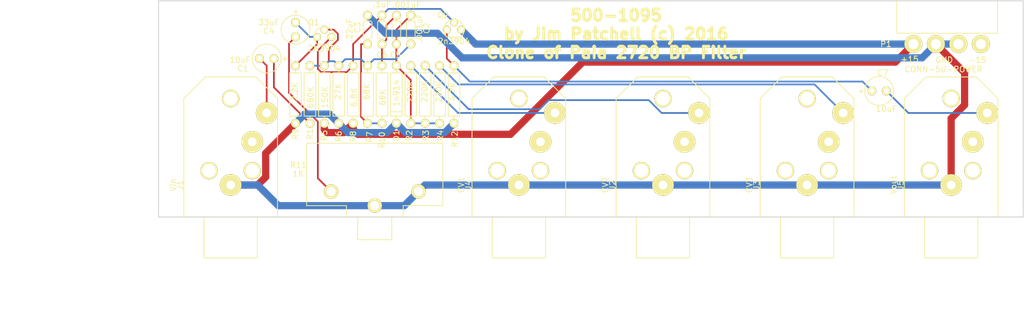
<source format=kicad_pcb>
(kicad_pcb (version 4) (host pcbnew "(2016-02-24 BZR 6585, Git 0829446)-product")

  (general
    (links 44)
    (no_connects 0)
    (area 61.544287 83.541799 241.375001 148.750001)
    (thickness 1.6)
    (drawings 7)
    (tracks 140)
    (zones 0)
    (modules 28)
    (nets 23)
  )

  (page A4)
  (layers
    (0 F.Cu signal hide)
    (31 B.Cu signal hide)
    (32 B.Adhes user)
    (33 F.Adhes user)
    (34 B.Paste user)
    (35 F.Paste user)
    (36 B.SilkS user)
    (37 F.SilkS user)
    (38 B.Mask user)
    (39 F.Mask user)
    (40 Dwgs.User user)
    (41 Cmts.User user)
    (42 Eco1.User user)
    (43 Eco2.User user)
    (44 Edge.Cuts user)
    (45 Margin user)
    (46 B.CrtYd user)
    (47 F.CrtYd user)
    (48 B.Fab user)
    (49 F.Fab user)
  )

  (setup
    (last_trace_width 0.3048)
    (trace_clearance 0.2032)
    (zone_clearance 0.508)
    (zone_45_only no)
    (trace_min 0.2)
    (segment_width 0.2)
    (edge_width 0.15)
    (via_size 1.5748)
    (via_drill 0.9144)
    (via_min_size 0.4)
    (via_min_drill 0.3)
    (uvia_size 0.3)
    (uvia_drill 0.1)
    (uvias_allowed no)
    (uvia_min_size 0.2)
    (uvia_min_drill 0.1)
    (pcb_text_width 0.3)
    (pcb_text_size 1.5 1.5)
    (mod_edge_width 0.15)
    (mod_text_size 1 1)
    (mod_text_width 0.15)
    (pad_size 1.524 1.524)
    (pad_drill 0.762)
    (pad_to_mask_clearance 0.2)
    (aux_axis_origin 88.9 127)
    (visible_elements 7FFFFFFF)
    (pcbplotparams
      (layerselection 0x010e0_ffffffff)
      (usegerberextensions false)
      (excludeedgelayer true)
      (linewidth 0.100000)
      (plotframeref false)
      (viasonmask false)
      (mode 1)
      (useauxorigin false)
      (hpglpennumber 1)
      (hpglpenspeed 20)
      (hpglpendiameter 15)
      (psnegative false)
      (psa4output false)
      (plotreference true)
      (plotvalue true)
      (plotinvisibletext false)
      (padsonsilk false)
      (subtractmaskfromsilk false)
      (outputformat 1)
      (mirror false)
      (drillshape 0)
      (scaleselection 1)
      (outputdirectory FabFiles/))
  )

  (net 0 "")
  (net 1 "Net-(C1-Pad2)")
  (net 2 "Net-(C1-Pad1)")
  (net 3 "Net-(C2-Pad1)")
  (net 4 "Net-(C2-Pad2)")
  (net 5 "Net-(C3-Pad1)")
  (net 6 GND)
  (net 7 "Net-(C4-Pad2)")
  (net 8 "Net-(C4-Pad1)")
  (net 9 "Net-(C5-Pad2)")
  (net 10 "Net-(C6-Pad2)")
  (net 11 "Net-(C7-Pad2)")
  (net 12 "Net-(C7-Pad1)")
  (net 13 "Net-(J1-Pad2)")
  (net 14 "Net-(J2-Pad2)")
  (net 15 "Net-(J2-Pad3)")
  (net 16 "Net-(J3-Pad2)")
  (net 17 "Net-(J3-Pad3)")
  (net 18 "Net-(J4-Pad2)")
  (net 19 "Net-(J4-Pad3)")
  (net 20 "Net-(J5-Pad2)")
  (net 21 "Net-(P1-Pad4)")
  (net 22 /+15)

  (net_class Default "This is the default net class."
    (clearance 0.2032)
    (trace_width 0.3048)
    (via_dia 1.5748)
    (via_drill 0.9144)
    (uvia_dia 0.3)
    (uvia_drill 0.1)
    (add_net "Net-(C1-Pad1)")
    (add_net "Net-(C1-Pad2)")
    (add_net "Net-(C2-Pad1)")
    (add_net "Net-(C2-Pad2)")
    (add_net "Net-(C3-Pad1)")
    (add_net "Net-(C4-Pad1)")
    (add_net "Net-(C4-Pad2)")
    (add_net "Net-(C5-Pad2)")
    (add_net "Net-(C6-Pad2)")
    (add_net "Net-(C7-Pad1)")
    (add_net "Net-(C7-Pad2)")
    (add_net "Net-(J1-Pad2)")
    (add_net "Net-(J2-Pad2)")
    (add_net "Net-(J2-Pad3)")
    (add_net "Net-(J3-Pad2)")
    (add_net "Net-(J3-Pad3)")
    (add_net "Net-(J4-Pad2)")
    (add_net "Net-(J4-Pad3)")
    (add_net "Net-(J5-Pad2)")
    (add_net "Net-(P1-Pad4)")
  )

  (net_class "PO(WER" ""
    (clearance 0.2032)
    (trace_width 1.27)
    (via_dia 1.5748)
    (via_drill 0.9144)
    (uvia_dia 0.3)
    (uvia_drill 0.1)
    (add_net /+15)
    (add_net GND)
  )

  (module Footprints:DIODE0.4 (layer F.Cu) (tedit 56BA2633) (tstamp 56E38C0E)
    (at 130.81 105.41 90)
    (path /56E3404B)
    (fp_text reference D1 (at -7.239 0 90) (layer F.SilkS)
      (effects (font (size 1 1) (thickness 0.15)))
    )
    (fp_text value 1n914 (at 0.254 0 90) (layer F.SilkS)
      (effects (font (size 1 1) (thickness 0.15)))
    )
    (fp_line (start -3.048 1.016) (end -3.048 -1.016) (layer F.SilkS) (width 0.15))
    (fp_line (start -3.81 -1.016) (end -3.81 1.016) (layer F.SilkS) (width 0.15))
    (fp_line (start 3.81 -1.016) (end 3.81 1.016) (layer F.SilkS) (width 0.15))
    (fp_line (start -3.81 0) (end -4.318 0) (layer F.SilkS) (width 0.15))
    (fp_line (start 4.445 0) (end 3.81 0) (layer F.SilkS) (width 0.15))
    (fp_line (start -3.81 1.016) (end 3.81 1.016) (layer F.SilkS) (width 0.15))
    (fp_line (start 3.81 -1.016) (end -3.81 -1.016) (layer F.SilkS) (width 0.15))
    (pad 1 thru_hole circle (at -5.08 0 90) (size 1.5748 1.5748) (drill 0.9144) (layers *.Cu *.Mask F.SilkS)
      (net 6 GND))
    (pad 2 thru_hole circle (at 5.08 0 90) (size 1.5748 1.5748) (drill 0.9144) (layers *.Cu *.Mask F.SilkS)
      (net 4 "Net-(C2-Pad2)"))
  )

  (module Footprints:PHONE-SC112A (layer F.Cu) (tedit 56E4F5B7) (tstamp 56E38C21)
    (at 101.6 127 270)
    (path /56E3886C)
    (fp_text reference J1 (at -5.6388 8.89 270) (layer F.SilkS)
      (effects (font (size 1 1) (thickness 0.15)))
    )
    (fp_text value Vin (at -5.6388 10.16 270) (layer F.SilkS)
      (effects (font (size 1 1) (thickness 0.15)))
    )
    (fp_line (start 0 -4.699) (end 7.1882 -4.699) (layer F.SilkS) (width 0.15))
    (fp_line (start 7.1882 -4.699) (end 7.1882 4.699) (layer F.SilkS) (width 0.15))
    (fp_line (start 7.1882 4.699) (end 0 4.699) (layer F.SilkS) (width 0.15))
    (fp_line (start -24.6888 4.445) (end -24.6888 -4.445) (layer F.SilkS) (width 0.15))
    (fp_line (start -24.6888 -4.445) (end -20.8788 -8.255) (layer F.SilkS) (width 0.15))
    (fp_line (start -20.8788 -8.255) (end 0 -8.255) (layer F.SilkS) (width 0.15))
    (fp_line (start 0 -8.255) (end 0 8.255) (layer F.SilkS) (width 0.15))
    (fp_line (start 0 8.255) (end -20.8788 8.255) (layer F.SilkS) (width 0.15))
    (fp_line (start -20.8788 8.255) (end -24.6888 4.445) (layer F.SilkS) (width 0.15))
    (pad 1 thru_hole circle (at -5.6388 0 270) (size 3.81 3.81) (drill 1.524) (layers *.Cu *.Mask F.SilkS)
      (net 6 GND))
    (pad "" thru_hole circle (at -8.1788 -3.81 270) (size 3.048 3.048) (drill 2.413) (layers *.Cu *.Mask F.SilkS))
    (pad 2 thru_hole circle (at -13.2588 -3.81 270) (size 3.81 3.81) (drill 1.524) (layers *.Cu *.Mask F.SilkS)
      (net 13 "Net-(J1-Pad2)"))
    (pad 3 thru_hole circle (at -18.3388 -6.35 270) (size 3.81 3.81) (drill 1.524) (layers *.Cu *.Mask F.SilkS)
      (net 1 "Net-(C1-Pad2)"))
    (pad "" thru_hole circle (at -20.8788 0 270) (size 3.048 3.048) (drill 2.413) (layers *.Cu *.Mask F.SilkS))
    (pad "" thru_hole circle (at -8.1788 3.81 270) (size 3.048 3.048) (drill 2.413) (layers *.Cu *.Mask F.SilkS))
  )

  (module Footprints:PHONE-SC112A (layer F.Cu) (tedit 56E4F590) (tstamp 56E38C34)
    (at 177.8 127 270)
    (path /56E38B74)
    (fp_text reference J2 (at -5.6388 8.89 270) (layer F.SilkS)
      (effects (font (size 1 1) (thickness 0.15)))
    )
    (fp_text value CV2 (at -5.6388 10.16 270) (layer F.SilkS)
      (effects (font (size 1 1) (thickness 0.15)))
    )
    (fp_line (start 0 -4.699) (end 7.1882 -4.699) (layer F.SilkS) (width 0.15))
    (fp_line (start 7.1882 -4.699) (end 7.1882 4.699) (layer F.SilkS) (width 0.15))
    (fp_line (start 7.1882 4.699) (end 0 4.699) (layer F.SilkS) (width 0.15))
    (fp_line (start -24.6888 4.445) (end -24.6888 -4.445) (layer F.SilkS) (width 0.15))
    (fp_line (start -24.6888 -4.445) (end -20.8788 -8.255) (layer F.SilkS) (width 0.15))
    (fp_line (start -20.8788 -8.255) (end 0 -8.255) (layer F.SilkS) (width 0.15))
    (fp_line (start 0 -8.255) (end 0 8.255) (layer F.SilkS) (width 0.15))
    (fp_line (start 0 8.255) (end -20.8788 8.255) (layer F.SilkS) (width 0.15))
    (fp_line (start -20.8788 8.255) (end -24.6888 4.445) (layer F.SilkS) (width 0.15))
    (pad 1 thru_hole circle (at -5.6388 0 270) (size 3.81 3.81) (drill 1.524) (layers *.Cu *.Mask F.SilkS)
      (net 6 GND))
    (pad "" thru_hole circle (at -8.1788 -3.81 270) (size 3.048 3.048) (drill 2.413) (layers *.Cu *.Mask F.SilkS))
    (pad 2 thru_hole circle (at -13.2588 -3.81 270) (size 3.81 3.81) (drill 1.524) (layers *.Cu *.Mask F.SilkS)
      (net 14 "Net-(J2-Pad2)"))
    (pad 3 thru_hole circle (at -18.3388 -6.35 270) (size 3.81 3.81) (drill 1.524) (layers *.Cu *.Mask F.SilkS)
      (net 15 "Net-(J2-Pad3)"))
    (pad "" thru_hole circle (at -20.8788 0 270) (size 3.048 3.048) (drill 2.413) (layers *.Cu *.Mask F.SilkS))
    (pad "" thru_hole circle (at -8.1788 3.81 270) (size 3.048 3.048) (drill 2.413) (layers *.Cu *.Mask F.SilkS))
  )

  (module Footprints:PHONE-SC112A (layer F.Cu) (tedit 56E4F577) (tstamp 56E38C47)
    (at 203.2 127 270)
    (path /56E38A01)
    (fp_text reference J3 (at -5.6388 8.89 270) (layer F.SilkS)
      (effects (font (size 1 1) (thickness 0.15)))
    )
    (fp_text value CV3 (at -5.6388 10.16 270) (layer F.SilkS)
      (effects (font (size 1 1) (thickness 0.15)))
    )
    (fp_line (start 0 -4.699) (end 7.1882 -4.699) (layer F.SilkS) (width 0.15))
    (fp_line (start 7.1882 -4.699) (end 7.1882 4.699) (layer F.SilkS) (width 0.15))
    (fp_line (start 7.1882 4.699) (end 0 4.699) (layer F.SilkS) (width 0.15))
    (fp_line (start -24.6888 4.445) (end -24.6888 -4.445) (layer F.SilkS) (width 0.15))
    (fp_line (start -24.6888 -4.445) (end -20.8788 -8.255) (layer F.SilkS) (width 0.15))
    (fp_line (start -20.8788 -8.255) (end 0 -8.255) (layer F.SilkS) (width 0.15))
    (fp_line (start 0 -8.255) (end 0 8.255) (layer F.SilkS) (width 0.15))
    (fp_line (start 0 8.255) (end -20.8788 8.255) (layer F.SilkS) (width 0.15))
    (fp_line (start -20.8788 8.255) (end -24.6888 4.445) (layer F.SilkS) (width 0.15))
    (pad 1 thru_hole circle (at -5.6388 0 270) (size 3.81 3.81) (drill 1.524) (layers *.Cu *.Mask F.SilkS)
      (net 6 GND))
    (pad "" thru_hole circle (at -8.1788 -3.81 270) (size 3.048 3.048) (drill 2.413) (layers *.Cu *.Mask F.SilkS))
    (pad 2 thru_hole circle (at -13.2588 -3.81 270) (size 3.81 3.81) (drill 1.524) (layers *.Cu *.Mask F.SilkS)
      (net 16 "Net-(J3-Pad2)"))
    (pad 3 thru_hole circle (at -18.3388 -6.35 270) (size 3.81 3.81) (drill 1.524) (layers *.Cu *.Mask F.SilkS)
      (net 17 "Net-(J3-Pad3)"))
    (pad "" thru_hole circle (at -20.8788 0 270) (size 3.048 3.048) (drill 2.413) (layers *.Cu *.Mask F.SilkS))
    (pad "" thru_hole circle (at -8.1788 3.81 270) (size 3.048 3.048) (drill 2.413) (layers *.Cu *.Mask F.SilkS))
  )

  (module Footprints:PHONE-SC112A (layer F.Cu) (tedit 56E4F5A0) (tstamp 56E38C5A)
    (at 152.4 127 270)
    (path /56E38979)
    (fp_text reference J4 (at -5.6388 8.89 270) (layer F.SilkS)
      (effects (font (size 1 1) (thickness 0.15)))
    )
    (fp_text value CV1 (at -5.6388 10.16 270) (layer F.SilkS)
      (effects (font (size 1 1) (thickness 0.15)))
    )
    (fp_line (start 0 -4.699) (end 7.1882 -4.699) (layer F.SilkS) (width 0.15))
    (fp_line (start 7.1882 -4.699) (end 7.1882 4.699) (layer F.SilkS) (width 0.15))
    (fp_line (start 7.1882 4.699) (end 0 4.699) (layer F.SilkS) (width 0.15))
    (fp_line (start -24.6888 4.445) (end -24.6888 -4.445) (layer F.SilkS) (width 0.15))
    (fp_line (start -24.6888 -4.445) (end -20.8788 -8.255) (layer F.SilkS) (width 0.15))
    (fp_line (start -20.8788 -8.255) (end 0 -8.255) (layer F.SilkS) (width 0.15))
    (fp_line (start 0 -8.255) (end 0 8.255) (layer F.SilkS) (width 0.15))
    (fp_line (start 0 8.255) (end -20.8788 8.255) (layer F.SilkS) (width 0.15))
    (fp_line (start -20.8788 8.255) (end -24.6888 4.445) (layer F.SilkS) (width 0.15))
    (pad 1 thru_hole circle (at -5.6388 0 270) (size 3.81 3.81) (drill 1.524) (layers *.Cu *.Mask F.SilkS)
      (net 6 GND))
    (pad "" thru_hole circle (at -8.1788 -3.81 270) (size 3.048 3.048) (drill 2.413) (layers *.Cu *.Mask F.SilkS))
    (pad 2 thru_hole circle (at -13.2588 -3.81 270) (size 3.81 3.81) (drill 1.524) (layers *.Cu *.Mask F.SilkS)
      (net 18 "Net-(J4-Pad2)"))
    (pad 3 thru_hole circle (at -18.3388 -6.35 270) (size 3.81 3.81) (drill 1.524) (layers *.Cu *.Mask F.SilkS)
      (net 19 "Net-(J4-Pad3)"))
    (pad "" thru_hole circle (at -20.8788 0 270) (size 3.048 3.048) (drill 2.413) (layers *.Cu *.Mask F.SilkS))
    (pad "" thru_hole circle (at -8.1788 3.81 270) (size 3.048 3.048) (drill 2.413) (layers *.Cu *.Mask F.SilkS))
  )

  (module Footprints:PHONE-SC112A (layer F.Cu) (tedit 56E4F56A) (tstamp 56E38C6D)
    (at 228.6 127 270)
    (path /56E388F8)
    (fp_text reference J5 (at -5.6388 8.89 270) (layer F.SilkS)
      (effects (font (size 1 1) (thickness 0.15)))
    )
    (fp_text value Vout (at -5.6388 10.16 270) (layer F.SilkS)
      (effects (font (size 1 1) (thickness 0.15)))
    )
    (fp_line (start 0 -4.699) (end 7.1882 -4.699) (layer F.SilkS) (width 0.15))
    (fp_line (start 7.1882 -4.699) (end 7.1882 4.699) (layer F.SilkS) (width 0.15))
    (fp_line (start 7.1882 4.699) (end 0 4.699) (layer F.SilkS) (width 0.15))
    (fp_line (start -24.6888 4.445) (end -24.6888 -4.445) (layer F.SilkS) (width 0.15))
    (fp_line (start -24.6888 -4.445) (end -20.8788 -8.255) (layer F.SilkS) (width 0.15))
    (fp_line (start -20.8788 -8.255) (end 0 -8.255) (layer F.SilkS) (width 0.15))
    (fp_line (start 0 -8.255) (end 0 8.255) (layer F.SilkS) (width 0.15))
    (fp_line (start 0 8.255) (end -20.8788 8.255) (layer F.SilkS) (width 0.15))
    (fp_line (start -20.8788 8.255) (end -24.6888 4.445) (layer F.SilkS) (width 0.15))
    (pad 1 thru_hole circle (at -5.6388 0 270) (size 3.81 3.81) (drill 1.524) (layers *.Cu *.Mask F.SilkS)
      (net 6 GND))
    (pad "" thru_hole circle (at -8.1788 -3.81 270) (size 3.048 3.048) (drill 2.413) (layers *.Cu *.Mask F.SilkS))
    (pad 2 thru_hole circle (at -13.2588 -3.81 270) (size 3.81 3.81) (drill 1.524) (layers *.Cu *.Mask F.SilkS)
      (net 20 "Net-(J5-Pad2)"))
    (pad 3 thru_hole circle (at -18.3388 -6.35 270) (size 3.81 3.81) (drill 1.524) (layers *.Cu *.Mask F.SilkS)
      (net 11 "Net-(C7-Pad2)"))
    (pad "" thru_hole circle (at -20.8788 0 270) (size 3.048 3.048) (drill 2.413) (layers *.Cu *.Mask F.SilkS))
    (pad "" thru_hole circle (at -8.1788 3.81 270) (size 3.048 3.048) (drill 2.413) (layers *.Cu *.Mask F.SilkS))
  )

  (module Footprints:CONN-5U-POWER-RA (layer F.Cu) (tedit 56D5D0FC) (tstamp 56E38C7C)
    (at 227.8888 96.52)
    (path /56E39CA6)
    (fp_text reference P1 (at -10.795 0) (layer F.SilkS)
      (effects (font (size 1 1) (thickness 0.15)))
    )
    (fp_text value CONN-5U-POWER (at -0.635 4.445) (layer F.SilkS)
      (effects (font (size 1 1) (thickness 0.15)))
    )
    (fp_text user GND (at -0.508 2.794) (layer F.SilkS)
      (effects (font (size 1 1) (thickness 0.15)))
    )
    (fp_text user -15 (at 5.334 2.794) (layer F.SilkS)
      (effects (font (size 1 1) (thickness 0.15)))
    )
    (fp_text user +15 (at -6.604 2.667) (layer F.SilkS)
      (effects (font (size 1 1) (thickness 0.15)))
    )
    (fp_line (start -8.89 -1.905) (end 8.89 -1.905) (layer F.SilkS) (width 0.15))
    (fp_line (start 8.89 -1.905) (end 8.89 -12.7) (layer F.SilkS) (width 0.15))
    (fp_line (start 8.89 -12.7) (end -8.89 -12.7) (layer F.SilkS) (width 0.15))
    (fp_line (start -8.89 -12.7) (end -8.89 -1.905) (layer F.SilkS) (width 0.15))
    (pad 1 thru_hole circle (at -5.9436 0) (size 3.175 3.175) (drill 1.778) (layers *.Cu *.Mask F.SilkS)
      (net 22 /+15))
    (pad 2 thru_hole circle (at -1.9812 0) (size 3.175 3.175) (drill 1.778) (layers *.Cu *.Mask F.SilkS)
      (net 6 GND))
    (pad 3 thru_hole circle (at 1.9812 0) (size 3.175 3.175) (drill 1.778) (layers *.Cu *.Mask F.SilkS)
      (net 6 GND))
    (pad 4 thru_hole circle (at 5.9436 0) (size 3.175 3.175) (drill 1.778) (layers *.Cu *.Mask F.SilkS)
      (net 21 "Net-(P1-Pad4)"))
  )

  (module Footprints:AXIAL0.4 (layer F.Cu) (tedit 56ACF211) (tstamp 56E38C9E)
    (at 115.57 105.41 90)
    (path /56E356D8)
    (fp_text reference R1 (at -6.985 0 90) (layer F.SilkS)
      (effects (font (size 1 1) (thickness 0.15)))
    )
    (fp_text value 680K (at -0.508 0.127 90) (layer F.SilkS)
      (effects (font (size 1 1) (thickness 0.15)))
    )
    (fp_line (start -3.81 -1.016) (end -3.81 1.016) (layer F.SilkS) (width 0.15))
    (fp_line (start 3.81 -1.016) (end 3.81 1.016) (layer F.SilkS) (width 0.15))
    (fp_line (start -3.81 0) (end -4.318 0) (layer F.SilkS) (width 0.15))
    (fp_line (start 4.445 0) (end 3.81 0) (layer F.SilkS) (width 0.15))
    (fp_line (start -3.81 1.016) (end 3.81 1.016) (layer F.SilkS) (width 0.15))
    (fp_line (start 3.81 -1.016) (end -3.81 -1.016) (layer F.SilkS) (width 0.15))
    (pad 1 thru_hole circle (at -5.08 0 90) (size 1.5748 1.5748) (drill 0.9144) (layers *.Cu *.Mask F.SilkS)
      (net 2 "Net-(C1-Pad1)"))
    (pad 2 thru_hole circle (at 5.08 0 90) (size 1.5748 1.5748) (drill 0.9144) (layers *.Cu *.Mask F.SilkS)
      (net 3 "Net-(C2-Pad1)"))
  )

  (module Footprints:AXIAL0.4 (layer F.Cu) (tedit 56ACF211) (tstamp 56E38CAA)
    (at 133.35 105.41 270)
    (path /56E3413A)
    (fp_text reference R2 (at 7.239 0.254 270) (layer F.SilkS)
      (effects (font (size 1 1) (thickness 0.15)))
    )
    (fp_text value 220K (at -0.508 0.127 270) (layer F.SilkS)
      (effects (font (size 1 1) (thickness 0.15)))
    )
    (fp_line (start -3.81 -1.016) (end -3.81 1.016) (layer F.SilkS) (width 0.15))
    (fp_line (start 3.81 -1.016) (end 3.81 1.016) (layer F.SilkS) (width 0.15))
    (fp_line (start -3.81 0) (end -4.318 0) (layer F.SilkS) (width 0.15))
    (fp_line (start 4.445 0) (end 3.81 0) (layer F.SilkS) (width 0.15))
    (fp_line (start -3.81 1.016) (end 3.81 1.016) (layer F.SilkS) (width 0.15))
    (fp_line (start 3.81 -1.016) (end -3.81 -1.016) (layer F.SilkS) (width 0.15))
    (pad 1 thru_hole circle (at -5.08 0 270) (size 1.5748 1.5748) (drill 0.9144) (layers *.Cu *.Mask F.SilkS)
      (net 19 "Net-(J4-Pad3)"))
    (pad 2 thru_hole circle (at 5.08 0 270) (size 1.5748 1.5748) (drill 0.9144) (layers *.Cu *.Mask F.SilkS)
      (net 4 "Net-(C2-Pad2)"))
  )

  (module Footprints:AXIAL0.4 (layer F.Cu) (tedit 56ACF211) (tstamp 56E38CB6)
    (at 135.89 105.41 270)
    (path /56E341A9)
    (fp_text reference R3 (at 7.239 -0.127 270) (layer F.SilkS)
      (effects (font (size 1 1) (thickness 0.15)))
    )
    (fp_text value 220K (at -0.508 0.127 270) (layer F.SilkS)
      (effects (font (size 1 1) (thickness 0.15)))
    )
    (fp_line (start -3.81 -1.016) (end -3.81 1.016) (layer F.SilkS) (width 0.15))
    (fp_line (start 3.81 -1.016) (end 3.81 1.016) (layer F.SilkS) (width 0.15))
    (fp_line (start -3.81 0) (end -4.318 0) (layer F.SilkS) (width 0.15))
    (fp_line (start 4.445 0) (end 3.81 0) (layer F.SilkS) (width 0.15))
    (fp_line (start -3.81 1.016) (end 3.81 1.016) (layer F.SilkS) (width 0.15))
    (fp_line (start 3.81 -1.016) (end -3.81 -1.016) (layer F.SilkS) (width 0.15))
    (pad 1 thru_hole circle (at -5.08 0 270) (size 1.5748 1.5748) (drill 0.9144) (layers *.Cu *.Mask F.SilkS)
      (net 15 "Net-(J2-Pad3)"))
    (pad 2 thru_hole circle (at 5.08 0 270) (size 1.5748 1.5748) (drill 0.9144) (layers *.Cu *.Mask F.SilkS)
      (net 4 "Net-(C2-Pad2)"))
  )

  (module Footprints:AXIAL0.4 (layer F.Cu) (tedit 56ACF211) (tstamp 56E38CC2)
    (at 138.43 105.41 270)
    (path /56E341E1)
    (fp_text reference R4 (at 7.239 -0.127 270) (layer F.SilkS)
      (effects (font (size 1 1) (thickness 0.15)))
    )
    (fp_text value 220K (at -0.508 0.127 270) (layer F.SilkS)
      (effects (font (size 1 1) (thickness 0.15)))
    )
    (fp_line (start -3.81 -1.016) (end -3.81 1.016) (layer F.SilkS) (width 0.15))
    (fp_line (start 3.81 -1.016) (end 3.81 1.016) (layer F.SilkS) (width 0.15))
    (fp_line (start -3.81 0) (end -4.318 0) (layer F.SilkS) (width 0.15))
    (fp_line (start 4.445 0) (end 3.81 0) (layer F.SilkS) (width 0.15))
    (fp_line (start -3.81 1.016) (end 3.81 1.016) (layer F.SilkS) (width 0.15))
    (fp_line (start 3.81 -1.016) (end -3.81 -1.016) (layer F.SilkS) (width 0.15))
    (pad 1 thru_hole circle (at -5.08 0 270) (size 1.5748 1.5748) (drill 0.9144) (layers *.Cu *.Mask F.SilkS)
      (net 17 "Net-(J3-Pad3)"))
    (pad 2 thru_hole circle (at 5.08 0 270) (size 1.5748 1.5748) (drill 0.9144) (layers *.Cu *.Mask F.SilkS)
      (net 4 "Net-(C2-Pad2)"))
  )

  (module Footprints:AXIAL0.4 (layer F.Cu) (tedit 56ACF211) (tstamp 56E38CCE)
    (at 118.11 105.41 90)
    (path /56E352F6)
    (fp_text reference R5 (at -7.239 0 90) (layer F.SilkS)
      (effects (font (size 1 1) (thickness 0.15)))
    )
    (fp_text value 150K (at -0.508 0.127 90) (layer F.SilkS)
      (effects (font (size 1 1) (thickness 0.15)))
    )
    (fp_line (start -3.81 -1.016) (end -3.81 1.016) (layer F.SilkS) (width 0.15))
    (fp_line (start 3.81 -1.016) (end 3.81 1.016) (layer F.SilkS) (width 0.15))
    (fp_line (start -3.81 0) (end -4.318 0) (layer F.SilkS) (width 0.15))
    (fp_line (start 4.445 0) (end 3.81 0) (layer F.SilkS) (width 0.15))
    (fp_line (start -3.81 1.016) (end 3.81 1.016) (layer F.SilkS) (width 0.15))
    (fp_line (start 3.81 -1.016) (end -3.81 -1.016) (layer F.SilkS) (width 0.15))
    (pad 1 thru_hole circle (at -5.08 0 90) (size 1.5748 1.5748) (drill 0.9144) (layers *.Cu *.Mask F.SilkS)
      (net 22 /+15))
    (pad 2 thru_hole circle (at 5.08 0 90) (size 1.5748 1.5748) (drill 0.9144) (layers *.Cu *.Mask F.SilkS)
      (net 3 "Net-(C2-Pad1)"))
  )

  (module Footprints:AXIAL0.4 (layer F.Cu) (tedit 56ACF211) (tstamp 56E38CDA)
    (at 120.65 105.41 270)
    (path /56E35351)
    (fp_text reference R6 (at 7.366 0 270) (layer F.SilkS)
      (effects (font (size 1 1) (thickness 0.15)))
    )
    (fp_text value 27K (at -0.508 0.127 270) (layer F.SilkS)
      (effects (font (size 1 1) (thickness 0.15)))
    )
    (fp_line (start -3.81 -1.016) (end -3.81 1.016) (layer F.SilkS) (width 0.15))
    (fp_line (start 3.81 -1.016) (end 3.81 1.016) (layer F.SilkS) (width 0.15))
    (fp_line (start -3.81 0) (end -4.318 0) (layer F.SilkS) (width 0.15))
    (fp_line (start 4.445 0) (end 3.81 0) (layer F.SilkS) (width 0.15))
    (fp_line (start -3.81 1.016) (end 3.81 1.016) (layer F.SilkS) (width 0.15))
    (fp_line (start 3.81 -1.016) (end -3.81 -1.016) (layer F.SilkS) (width 0.15))
    (pad 1 thru_hole circle (at -5.08 0 270) (size 1.5748 1.5748) (drill 0.9144) (layers *.Cu *.Mask F.SilkS)
      (net 3 "Net-(C2-Pad1)"))
    (pad 2 thru_hole circle (at 5.08 0 270) (size 1.5748 1.5748) (drill 0.9144) (layers *.Cu *.Mask F.SilkS)
      (net 6 GND))
  )

  (module Footprints:AXIAL0.4 (layer F.Cu) (tedit 56ACF211) (tstamp 56E38CE6)
    (at 125.73 105.41 270)
    (path /56E33EB2)
    (fp_text reference R7 (at 7.493 -0.381 270) (layer F.SilkS)
      (effects (font (size 1 1) (thickness 0.15)))
    )
    (fp_text value 68K (at -0.508 0.127 270) (layer F.SilkS)
      (effects (font (size 1 1) (thickness 0.15)))
    )
    (fp_line (start -3.81 -1.016) (end -3.81 1.016) (layer F.SilkS) (width 0.15))
    (fp_line (start 3.81 -1.016) (end 3.81 1.016) (layer F.SilkS) (width 0.15))
    (fp_line (start -3.81 0) (end -4.318 0) (layer F.SilkS) (width 0.15))
    (fp_line (start 4.445 0) (end 3.81 0) (layer F.SilkS) (width 0.15))
    (fp_line (start -3.81 1.016) (end 3.81 1.016) (layer F.SilkS) (width 0.15))
    (fp_line (start 3.81 -1.016) (end -3.81 -1.016) (layer F.SilkS) (width 0.15))
    (pad 1 thru_hole circle (at -5.08 0 270) (size 1.5748 1.5748) (drill 0.9144) (layers *.Cu *.Mask F.SilkS)
      (net 3 "Net-(C2-Pad1)"))
    (pad 2 thru_hole circle (at 5.08 0 270) (size 1.5748 1.5748) (drill 0.9144) (layers *.Cu *.Mask F.SilkS)
      (net 5 "Net-(C3-Pad1)"))
  )

  (module Footprints:AXIAL0.4 (layer F.Cu) (tedit 56ACF211) (tstamp 56E38CF2)
    (at 123.19 105.41 90)
    (path /56E351C2)
    (fp_text reference R8 (at -7.366 0 90) (layer F.SilkS)
      (effects (font (size 1 1) (thickness 0.15)))
    )
    (fp_text value 6.8K (at -0.508 0.127 90) (layer F.SilkS)
      (effects (font (size 1 1) (thickness 0.15)))
    )
    (fp_line (start -3.81 -1.016) (end -3.81 1.016) (layer F.SilkS) (width 0.15))
    (fp_line (start 3.81 -1.016) (end 3.81 1.016) (layer F.SilkS) (width 0.15))
    (fp_line (start -3.81 0) (end -4.318 0) (layer F.SilkS) (width 0.15))
    (fp_line (start 4.445 0) (end 3.81 0) (layer F.SilkS) (width 0.15))
    (fp_line (start -3.81 1.016) (end 3.81 1.016) (layer F.SilkS) (width 0.15))
    (fp_line (start 3.81 -1.016) (end -3.81 -1.016) (layer F.SilkS) (width 0.15))
    (pad 1 thru_hole circle (at -5.08 0 90) (size 1.5748 1.5748) (drill 0.9144) (layers *.Cu *.Mask F.SilkS)
      (net 22 /+15))
    (pad 2 thru_hole circle (at 5.08 0 90) (size 1.5748 1.5748) (drill 0.9144) (layers *.Cu *.Mask F.SilkS)
      (net 10 "Net-(C6-Pad2)"))
  )

  (module Footprints:AXIAL0.4 (layer F.Cu) (tedit 56ACF211) (tstamp 56E38CFE)
    (at 113.03 105.41 270)
    (path /56E34F7C)
    (fp_text reference R9 (at 6.985 0 270) (layer F.SilkS)
      (effects (font (size 1 1) (thickness 0.15)))
    )
    (fp_text value 2.2K (at -0.508 0.127 270) (layer F.SilkS)
      (effects (font (size 1 1) (thickness 0.15)))
    )
    (fp_line (start -3.81 -1.016) (end -3.81 1.016) (layer F.SilkS) (width 0.15))
    (fp_line (start 3.81 -1.016) (end 3.81 1.016) (layer F.SilkS) (width 0.15))
    (fp_line (start -3.81 0) (end -4.318 0) (layer F.SilkS) (width 0.15))
    (fp_line (start 4.445 0) (end 3.81 0) (layer F.SilkS) (width 0.15))
    (fp_line (start -3.81 1.016) (end 3.81 1.016) (layer F.SilkS) (width 0.15))
    (fp_line (start 3.81 -1.016) (end -3.81 -1.016) (layer F.SilkS) (width 0.15))
    (pad 1 thru_hole circle (at -5.08 0 270) (size 1.5748 1.5748) (drill 0.9144) (layers *.Cu *.Mask F.SilkS)
      (net 8 "Net-(C4-Pad1)"))
    (pad 2 thru_hole circle (at 5.08 0 270) (size 1.5748 1.5748) (drill 0.9144) (layers *.Cu *.Mask F.SilkS)
      (net 6 GND))
  )

  (module Footprints:AXIAL0.4 (layer F.Cu) (tedit 56ACF211) (tstamp 56E38D0A)
    (at 128.27 105.41 90)
    (path /56E33EF5)
    (fp_text reference R10 (at -8.001 0 90) (layer F.SilkS)
      (effects (font (size 1 1) (thickness 0.15)))
    )
    (fp_text value 68K (at -0.508 0.127 90) (layer F.SilkS)
      (effects (font (size 1 1) (thickness 0.15)))
    )
    (fp_line (start -3.81 -1.016) (end -3.81 1.016) (layer F.SilkS) (width 0.15))
    (fp_line (start 3.81 -1.016) (end 3.81 1.016) (layer F.SilkS) (width 0.15))
    (fp_line (start -3.81 0) (end -4.318 0) (layer F.SilkS) (width 0.15))
    (fp_line (start 4.445 0) (end 3.81 0) (layer F.SilkS) (width 0.15))
    (fp_line (start -3.81 1.016) (end 3.81 1.016) (layer F.SilkS) (width 0.15))
    (fp_line (start 3.81 -1.016) (end -3.81 -1.016) (layer F.SilkS) (width 0.15))
    (pad 1 thru_hole circle (at -5.08 0 90) (size 1.5748 1.5748) (drill 0.9144) (layers *.Cu *.Mask F.SilkS)
      (net 5 "Net-(C3-Pad1)"))
    (pad 2 thru_hole circle (at 5.08 0 90) (size 1.5748 1.5748) (drill 0.9144) (layers *.Cu *.Mask F.SilkS)
      (net 9 "Net-(C5-Pad2)"))
  )

  (module Footprints:POT-Alpha-24mm-RA (layer F.Cu) (tedit 56CA903B) (tstamp 56E38D1D)
    (at 127 127)
    (path /56E3511F)
    (fp_text reference R11 (at -13.462 -9.144) (layer F.SilkS)
      (effects (font (size 1 1) (thickness 0.15)))
    )
    (fp_text value 1K (at -13.462 -7.62) (layer F.SilkS)
      (effects (font (size 1 1) (thickness 0.15)))
    )
    (fp_line (start 3 0) (end 3 4) (layer F.SilkS) (width 0.15))
    (fp_line (start 3 4) (end -3 4) (layer F.SilkS) (width 0.15))
    (fp_line (start -3 4) (end -3 0) (layer F.SilkS) (width 0.15))
    (fp_line (start -5 -2) (end -12 -2) (layer F.SilkS) (width 0.15))
    (fp_line (start -12 -2) (end -12 -13) (layer F.SilkS) (width 0.15))
    (fp_line (start -12 -13) (end 12 -13) (layer F.SilkS) (width 0.15))
    (fp_line (start 12 -13) (end 12 -2) (layer F.SilkS) (width 0.15))
    (fp_line (start 12 -2) (end 5 -2) (layer F.SilkS) (width 0.15))
    (fp_line (start 0 0) (end -5 0) (layer F.SilkS) (width 0.15))
    (fp_line (start -5 0) (end -5 -2) (layer F.SilkS) (width 0.15))
    (fp_line (start 0 0) (end 5 0) (layer F.SilkS) (width 0.15))
    (fp_line (start 5 0) (end 5 -2) (layer F.SilkS) (width 0.15))
    (pad 2 thru_hole circle (at 0 -2) (size 2.54 2.54) (drill 1.651) (layers *.Cu *.Mask F.SilkS)
      (net 6 GND))
    (pad 1 thru_hole circle (at -7.7 -4.5) (size 2.54 2.54) (drill 1.651) (layers *.Cu *.Mask F.SilkS)
      (net 7 "Net-(C4-Pad2)"))
    (pad 3 thru_hole circle (at 7.7 -4.5) (size 2.54 2.54) (drill 1.651) (layers *.Cu *.Mask F.SilkS)
      (net 6 GND))
  )

  (module Footprints:AXIAL0.4 (layer F.Cu) (tedit 56ACF211) (tstamp 56E38D29)
    (at 140.97 105.41 270)
    (path /56E36552)
    (fp_text reference R12 (at 7.874 -0.127 270) (layer F.SilkS)
      (effects (font (size 1 1) (thickness 0.15)))
    )
    (fp_text value 4.7K (at -0.508 0.127 270) (layer F.SilkS)
      (effects (font (size 1 1) (thickness 0.15)))
    )
    (fp_line (start -3.81 -1.016) (end -3.81 1.016) (layer F.SilkS) (width 0.15))
    (fp_line (start 3.81 -1.016) (end 3.81 1.016) (layer F.SilkS) (width 0.15))
    (fp_line (start -3.81 0) (end -4.318 0) (layer F.SilkS) (width 0.15))
    (fp_line (start 4.445 0) (end 3.81 0) (layer F.SilkS) (width 0.15))
    (fp_line (start -3.81 1.016) (end 3.81 1.016) (layer F.SilkS) (width 0.15))
    (fp_line (start 3.81 -1.016) (end -3.81 -1.016) (layer F.SilkS) (width 0.15))
    (pad 1 thru_hole circle (at -5.08 0 270) (size 1.5748 1.5748) (drill 0.9144) (layers *.Cu *.Mask F.SilkS)
      (net 12 "Net-(C7-Pad1)"))
    (pad 2 thru_hole circle (at 5.08 0 270) (size 1.5748 1.5748) (drill 0.9144) (layers *.Cu *.Mask F.SilkS)
      (net 6 GND))
  )

  (module Footprints:CapPol-Rad-0.2x0.1 (layer F.Cu) (tedit 56E37E42) (tstamp 56E38C01)
    (at 217.17 107.315)
    (path /56E366BE)
    (fp_text reference C7 (at -0.635 -5.715) (layer F.SilkS)
      (effects (font (size 1 1) (thickness 0.15)))
    )
    (fp_text value 10uF (at 0 0.635) (layer F.SilkS)
      (effects (font (size 1 1) (thickness 0.15)))
    )
    (fp_text user + (at -4.445 -2.54) (layer F.SilkS)
      (effects (font (size 1 1) (thickness 0.15)))
    )
    (fp_circle (center -1.27 -2.54) (end 1.27 -2.54) (layer F.SilkS) (width 0.15))
    (pad 1 thru_hole circle (at -2.54 -2.54) (size 1.5748 1.5748) (drill 0.9144) (layers *.Cu *.Mask F.SilkS)
      (net 12 "Net-(C7-Pad1)"))
    (pad 2 thru_hole circle (at 0 -2.54) (size 1.5748 1.5748) (drill 0.9144) (layers *.Cu *.Mask F.SilkS)
      (net 11 "Net-(C7-Pad2)"))
  )

  (module Footprints:CapPol-Rad-0.2x0.1 (layer F.Cu) (tedit 56E37E42) (tstamp 56E38BA8)
    (at 110.49 95.25 270)
    (path /56E3509C)
    (fp_text reference C4 (at -1.016 2.159 360) (layer F.SilkS)
      (effects (font (size 1 1) (thickness 0.15)))
    )
    (fp_text value 33uF (at -2.54 2.159 360) (layer F.SilkS)
      (effects (font (size 1 1) (thickness 0.15)))
    )
    (fp_text user + (at -4.445 -2.54 270) (layer F.SilkS)
      (effects (font (size 1 1) (thickness 0.15)))
    )
    (fp_circle (center -1.27 -2.54) (end 1.27 -2.54) (layer F.SilkS) (width 0.15))
    (pad 1 thru_hole circle (at -2.54 -2.54 270) (size 1.5748 1.5748) (drill 0.9144) (layers *.Cu *.Mask F.SilkS)
      (net 8 "Net-(C4-Pad1)"))
    (pad 2 thru_hole circle (at 0 -2.54 270) (size 1.5748 1.5748) (drill 0.9144) (layers *.Cu *.Mask F.SilkS)
      (net 7 "Net-(C4-Pad2)"))
  )

  (module Footprints:CapPol-Rad-0.2x0.1 (layer F.Cu) (tedit 56E37E42) (tstamp 56E38B4F)
    (at 106.68 96.52 180)
    (path /56E36763)
    (fp_text reference C1 (at 2.921 -4.318 180) (layer F.SilkS)
      (effects (font (size 1 1) (thickness 0.15)))
    )
    (fp_text value 10uF (at 3.429 -2.794 180) (layer F.SilkS)
      (effects (font (size 1 1) (thickness 0.15)))
    )
    (fp_text user + (at -4.445 -2.54 180) (layer F.SilkS)
      (effects (font (size 1 1) (thickness 0.15)))
    )
    (fp_circle (center -1.27 -2.54) (end 1.27 -2.54) (layer F.SilkS) (width 0.15))
    (pad 1 thru_hole circle (at -2.54 -2.54 180) (size 1.5748 1.5748) (drill 0.9144) (layers *.Cu *.Mask F.SilkS)
      (net 2 "Net-(C1-Pad1)"))
    (pad 2 thru_hole circle (at 0 -2.54 180) (size 1.5748 1.5748) (drill 0.9144) (layers *.Cu *.Mask F.SilkS)
      (net 1 "Net-(C1-Pad2)"))
  )

  (module Footprints:TO92 (layer F.Cu) (tedit 56E4CB65) (tstamp 56E38C87)
    (at 118.11 97.79)
    (path /56E33DF0)
    (fp_text reference Q1 (at -1.905 -5.08) (layer F.SilkS)
      (effects (font (size 1 1) (thickness 0.15)))
    )
    (fp_text value 2N3904 (at 0 -0.5) (layer F.SilkS)
      (effects (font (size 1 1) (thickness 0.15)))
    )
    (fp_arc (start 0 -2.54) (end -1.27 -1.27) (angle 90) (layer F.SilkS) (width 0.15))
    (fp_arc (start 0 -2.54) (end -1.27 -3.81) (angle 90) (layer F.SilkS) (width 0.15))
    (fp_arc (start 0 -2.54) (end 1.27 -3.81) (angle 90) (layer F.SilkS) (width 0.15))
    (fp_line (start -1.27 -1.27) (end 1.27 -1.27) (layer F.SilkS) (width 0.15))
    (pad 1 thru_hole circle (at -1.27 -2.54) (size 1.397 1.397) (drill 0.8128) (layers *.Cu *.Mask F.SilkS)
      (net 8 "Net-(C4-Pad1)"))
    (pad 2 thru_hole circle (at 0 -3.81) (size 1.397 1.397) (drill 0.8128) (layers *.Cu *.Mask F.SilkS)
      (net 3 "Net-(C2-Pad1)"))
    (pad 3 thru_hole circle (at 1.27 -2.54) (size 1.397 1.397) (drill 0.8128) (layers *.Cu *.Mask F.SilkS)
      (net 10 "Net-(C6-Pad2)"))
  )

  (module Footprints:TO92 (layer F.Cu) (tedit 56E4CB65) (tstamp 56E38C92)
    (at 140.97 96.52)
    (path /56E33E5C)
    (fp_text reference Q2 (at -1.905 -5.08) (layer F.SilkS)
      (effects (font (size 1 1) (thickness 0.15)))
    )
    (fp_text value 2n3904 (at 0 -0.5) (layer F.SilkS)
      (effects (font (size 1 1) (thickness 0.15)))
    )
    (fp_arc (start 0 -2.54) (end -1.27 -1.27) (angle 90) (layer F.SilkS) (width 0.15))
    (fp_arc (start 0 -2.54) (end -1.27 -3.81) (angle 90) (layer F.SilkS) (width 0.15))
    (fp_arc (start 0 -2.54) (end 1.27 -3.81) (angle 90) (layer F.SilkS) (width 0.15))
    (fp_line (start -1.27 -1.27) (end 1.27 -1.27) (layer F.SilkS) (width 0.15))
    (pad 1 thru_hole circle (at -1.27 -2.54) (size 1.397 1.397) (drill 0.8128) (layers *.Cu *.Mask F.SilkS)
      (net 12 "Net-(C7-Pad1)"))
    (pad 2 thru_hole circle (at 0 -3.81) (size 1.397 1.397) (drill 0.8128) (layers *.Cu *.Mask F.SilkS)
      (net 10 "Net-(C6-Pad2)"))
    (pad 3 thru_hole circle (at 1.27 -2.54) (size 1.397 1.397) (drill 0.8128) (layers *.Cu *.Mask F.SilkS)
      (net 22 /+15))
  )

  (module Footprints:CAP-GREENIE-0.2 (layer F.Cu) (tedit 56E50A14) (tstamp 56E38B6D)
    (at 125.73 93.98 90)
    (path /56E33F51)
    (fp_text reference C3 (at 0.381 -1.778 90) (layer F.SilkS)
      (effects (font (size 1 1) (thickness 0.15)))
    )
    (fp_text value .22uF (at -0.127 -3.175 90) (layer F.SilkS)
      (effects (font (size 1 1) (thickness 0.15)))
    )
    (fp_arc (start 1.27 0.508) (end 1.524 0.508) (angle 90) (layer F.SilkS) (width 0.15))
    (fp_arc (start -1.27 0.508) (end -1.27 0.762) (angle 90) (layer F.SilkS) (width 0.15))
    (fp_arc (start -1.27 -0.508) (end -1.524 -0.508) (angle 90) (layer F.SilkS) (width 0.15))
    (fp_arc (start 1.27 -0.508) (end 1.27 -0.762) (angle 90) (layer F.SilkS) (width 0.15))
    (fp_line (start 1.27 -0.762) (end -1.27 -0.762) (layer F.SilkS) (width 0.15))
    (fp_line (start -1.27 0.762) (end 1.27 0.762) (layer F.SilkS) (width 0.15))
    (fp_line (start -1.524 -0.508) (end -1.524 0.508) (layer F.SilkS) (width 0.15))
    (fp_line (start 1.524 0) (end 1.524 0.508) (layer F.SilkS) (width 0.15))
    (fp_line (start 1.524 0) (end 1.524 -0.508) (layer F.SilkS) (width 0.15))
    (pad 1 thru_hole circle (at -2.54 0 90) (size 1.5748 1.5748) (drill 0.9144) (layers *.Cu *.Mask F.SilkS)
      (net 5 "Net-(C3-Pad1)"))
    (pad 2 thru_hole circle (at 2.54 0 90) (size 1.5748 1.5748) (drill 0.9144) (layers *.Cu *.Mask F.SilkS)
      (net 6 GND))
  )

  (module Footprints:CAP-GREENIE-0.2 (layer F.Cu) (tedit 56E50A14) (tstamp 56E38BC6)
    (at 128.27 93.98 90)
    (path /56E35FAE)
    (fp_text reference C6 (at -4.445 0 180) (layer F.SilkS)
      (effects (font (size 1 1) (thickness 0.15)))
    )
    (fp_text value .1uF (at 4.445 0 180) (layer F.SilkS)
      (effects (font (size 1 1) (thickness 0.15)))
    )
    (fp_arc (start 1.27 0.508) (end 1.524 0.508) (angle 90) (layer F.SilkS) (width 0.15))
    (fp_arc (start -1.27 0.508) (end -1.27 0.762) (angle 90) (layer F.SilkS) (width 0.15))
    (fp_arc (start -1.27 -0.508) (end -1.524 -0.508) (angle 90) (layer F.SilkS) (width 0.15))
    (fp_arc (start 1.27 -0.508) (end 1.27 -0.762) (angle 90) (layer F.SilkS) (width 0.15))
    (fp_line (start 1.27 -0.762) (end -1.27 -0.762) (layer F.SilkS) (width 0.15))
    (fp_line (start -1.27 0.762) (end 1.27 0.762) (layer F.SilkS) (width 0.15))
    (fp_line (start -1.524 -0.508) (end -1.524 0.508) (layer F.SilkS) (width 0.15))
    (fp_line (start 1.524 0) (end 1.524 0.508) (layer F.SilkS) (width 0.15))
    (fp_line (start 1.524 0) (end 1.524 -0.508) (layer F.SilkS) (width 0.15))
    (pad 1 thru_hole circle (at -2.54 0 90) (size 1.5748 1.5748) (drill 0.9144) (layers *.Cu *.Mask F.SilkS)
      (net 9 "Net-(C5-Pad2)"))
    (pad 2 thru_hole circle (at 2.54 0 90) (size 1.5748 1.5748) (drill 0.9144) (layers *.Cu *.Mask F.SilkS)
      (net 10 "Net-(C6-Pad2)"))
  )

  (module Footprints:CAP-GREENIE-0.2 (layer F.Cu) (tedit 56E50A14) (tstamp 56E38BB7)
    (at 130.81 93.98 90)
    (path /56E3400D)
    (fp_text reference C5 (at -4.445 -0.127 180) (layer F.SilkS)
      (effects (font (size 1 1) (thickness 0.15)))
    )
    (fp_text value .001uF (at 4.318 1.778 180) (layer F.SilkS)
      (effects (font (size 1 1) (thickness 0.15)))
    )
    (fp_arc (start 1.27 0.508) (end 1.524 0.508) (angle 90) (layer F.SilkS) (width 0.15))
    (fp_arc (start -1.27 0.508) (end -1.27 0.762) (angle 90) (layer F.SilkS) (width 0.15))
    (fp_arc (start -1.27 -0.508) (end -1.524 -0.508) (angle 90) (layer F.SilkS) (width 0.15))
    (fp_arc (start 1.27 -0.508) (end 1.27 -0.762) (angle 90) (layer F.SilkS) (width 0.15))
    (fp_line (start 1.27 -0.762) (end -1.27 -0.762) (layer F.SilkS) (width 0.15))
    (fp_line (start -1.27 0.762) (end 1.27 0.762) (layer F.SilkS) (width 0.15))
    (fp_line (start -1.524 -0.508) (end -1.524 0.508) (layer F.SilkS) (width 0.15))
    (fp_line (start 1.524 0) (end 1.524 0.508) (layer F.SilkS) (width 0.15))
    (fp_line (start 1.524 0) (end 1.524 -0.508) (layer F.SilkS) (width 0.15))
    (pad 1 thru_hole circle (at -2.54 0 90) (size 1.5748 1.5748) (drill 0.9144) (layers *.Cu *.Mask F.SilkS)
      (net 4 "Net-(C2-Pad2)"))
    (pad 2 thru_hole circle (at 2.54 0 90) (size 1.5748 1.5748) (drill 0.9144) (layers *.Cu *.Mask F.SilkS)
      (net 9 "Net-(C5-Pad2)"))
  )

  (module Footprints:CAP-GREENIE-0.2 (layer F.Cu) (tedit 56E50A14) (tstamp 56E38B5E)
    (at 133.35 93.98 90)
    (path /56E33FA0)
    (fp_text reference C2 (at 0.254 2.794 270) (layer F.SilkS)
      (effects (font (size 1 1) (thickness 0.15)))
    )
    (fp_text value .001uF (at 0.254 1.524 90) (layer F.SilkS)
      (effects (font (size 1 1) (thickness 0.15)))
    )
    (fp_arc (start 1.27 0.508) (end 1.524 0.508) (angle 90) (layer F.SilkS) (width 0.15))
    (fp_arc (start -1.27 0.508) (end -1.27 0.762) (angle 90) (layer F.SilkS) (width 0.15))
    (fp_arc (start -1.27 -0.508) (end -1.524 -0.508) (angle 90) (layer F.SilkS) (width 0.15))
    (fp_arc (start 1.27 -0.508) (end 1.27 -0.762) (angle 90) (layer F.SilkS) (width 0.15))
    (fp_line (start 1.27 -0.762) (end -1.27 -0.762) (layer F.SilkS) (width 0.15))
    (fp_line (start -1.27 0.762) (end 1.27 0.762) (layer F.SilkS) (width 0.15))
    (fp_line (start -1.524 -0.508) (end -1.524 0.508) (layer F.SilkS) (width 0.15))
    (fp_line (start 1.524 0) (end 1.524 0.508) (layer F.SilkS) (width 0.15))
    (fp_line (start 1.524 0) (end 1.524 -0.508) (layer F.SilkS) (width 0.15))
    (pad 1 thru_hole circle (at -2.54 0 90) (size 1.5748 1.5748) (drill 0.9144) (layers *.Cu *.Mask F.SilkS)
      (net 3 "Net-(C2-Pad1)"))
    (pad 2 thru_hole circle (at 2.54 0 90) (size 1.5748 1.5748) (drill 0.9144) (layers *.Cu *.Mask F.SilkS)
      (net 4 "Net-(C2-Pad2)"))
  )

  (gr_text "500-1095\nby Jim Patchell (c) 2016\nClone of Paia 2720 BP Filter" (at 169.545 94.742) (layer F.SilkS)
    (effects (font (size 2.032 2.032) (thickness 0.508)))
  )
  (dimension 38.1 (width 0.3) (layer F.Fab)
    (gr_text "1.5000 in" (at 67.23 107.95 270) (layer F.Fab)
      (effects (font (size 1.5 1.5) (thickness 0.3)))
    )
    (feature1 (pts (xy 86.36 127) (xy 65.88 127)))
    (feature2 (pts (xy 86.36 88.9) (xy 65.88 88.9)))
    (crossbar (pts (xy 68.58 88.9) (xy 68.58 127)))
    (arrow1a (pts (xy 68.58 127) (xy 67.993579 125.873496)))
    (arrow1b (pts (xy 68.58 127) (xy 69.166421 125.873496)))
    (arrow2a (pts (xy 68.58 88.9) (xy 67.993579 90.026504)))
    (arrow2b (pts (xy 68.58 88.9) (xy 69.166421 90.026504)))
  )
  (dimension 152.4 (width 0.3) (layer F.Fab)
    (gr_text "6.0000 in" (at 165.1 147.4) (layer F.Fab)
      (effects (font (size 1.5 1.5) (thickness 0.3)))
    )
    (feature1 (pts (xy 241.3 132.08) (xy 241.3 148.75)))
    (feature2 (pts (xy 88.9 132.08) (xy 88.9 148.75)))
    (crossbar (pts (xy 88.9 146.05) (xy 241.3 146.05)))
    (arrow1a (pts (xy 241.3 146.05) (xy 240.173496 146.636421)))
    (arrow1b (pts (xy 241.3 146.05) (xy 240.173496 145.463579)))
    (arrow2a (pts (xy 88.9 146.05) (xy 90.026504 146.636421)))
    (arrow2b (pts (xy 88.9 146.05) (xy 90.026504 145.463579)))
  )
  (gr_line (start 88.9 88.9) (end 88.9 127) (layer Edge.Cuts) (width 0.15))
  (gr_line (start 241.3 88.9) (end 88.9 88.9) (layer Edge.Cuts) (width 0.15))
  (gr_line (start 241.3 127) (end 241.3 88.9) (layer Edge.Cuts) (width 0.15))
  (gr_line (start 88.9 127) (end 241.3 127) (layer Edge.Cuts) (width 0.15))

  (segment (start 107.95 108.6612) (end 107.95 100.33) (width 0.3048) (layer F.Cu) (net 1))
  (segment (start 107.95 100.33) (end 106.68 99.06) (width 0.3048) (layer F.Cu) (net 1))
  (segment (start 115.57 110.49) (end 109.22 104.14) (width 0.3048) (layer F.Cu) (net 2))
  (segment (start 109.22 104.14) (end 109.22 100.173551) (width 0.3048) (layer F.Cu) (net 2))
  (segment (start 109.22 100.173551) (end 109.22 99.06) (width 0.3048) (layer F.Cu) (net 2))
  (segment (start 115.57 100.33) (end 118.11 100.33) (width 0.3048) (layer B.Cu) (net 3))
  (segment (start 133.35 96.52) (end 130.683001 99.186999) (width 0.3048) (layer B.Cu) (net 3))
  (segment (start 130.683001 99.186999) (end 126.873001 99.186999) (width 0.3048) (layer B.Cu) (net 3))
  (segment (start 126.873001 99.186999) (end 126.517399 99.542601) (width 0.3048) (layer B.Cu) (net 3))
  (segment (start 126.517399 99.542601) (end 125.73 100.33) (width 0.3048) (layer B.Cu) (net 3))
  (segment (start 120.65 100.33) (end 121.793001 99.186999) (width 0.3048) (layer B.Cu) (net 3))
  (segment (start 121.793001 99.186999) (end 124.586999 99.186999) (width 0.3048) (layer B.Cu) (net 3))
  (segment (start 124.586999 99.186999) (end 124.942601 99.542601) (width 0.3048) (layer B.Cu) (net 3))
  (segment (start 124.942601 99.542601) (end 125.73 100.33) (width 0.3048) (layer B.Cu) (net 3))
  (segment (start 120.65 100.33) (end 119.862601 99.542601) (width 0.3048) (layer B.Cu) (net 3))
  (segment (start 118.897399 99.542601) (end 118.11 100.33) (width 0.3048) (layer B.Cu) (net 3))
  (segment (start 119.862601 99.542601) (end 118.897399 99.542601) (width 0.3048) (layer B.Cu) (net 3))
  (segment (start 118.11 100.33) (end 118.897399 99.542601) (width 0.3048) (layer F.Cu) (net 3))
  (segment (start 118.897399 97.386651) (end 120.497601 95.786449) (width 0.3048) (layer F.Cu) (net 3))
  (segment (start 118.897399 99.542601) (end 118.897399 97.386651) (width 0.3048) (layer F.Cu) (net 3))
  (segment (start 120.497601 95.786449) (end 120.497601 94.713551) (width 0.3048) (layer F.Cu) (net 3))
  (segment (start 120.497601 94.713551) (end 119.76405 93.98) (width 0.3048) (layer F.Cu) (net 3))
  (segment (start 119.76405 93.98) (end 119.18763 93.98) (width 0.3048) (layer F.Cu) (net 3))
  (segment (start 119.18763 93.98) (end 118.11 93.98) (width 0.3048) (layer F.Cu) (net 3))
  (segment (start 133.35 110.49) (end 133.35 102.87) (width 0.3048) (layer F.Cu) (net 4))
  (segment (start 133.35 102.87) (end 130.81 100.33) (width 0.3048) (layer F.Cu) (net 4))
  (segment (start 135.89 110.49) (end 133.35 110.49) (width 0.3048) (layer B.Cu) (net 4))
  (segment (start 138.43 110.49) (end 135.89 110.49) (width 0.3048) (layer B.Cu) (net 4))
  (segment (start 130.81 96.52) (end 130.81 93.98) (width 0.3048) (layer F.Cu) (net 4))
  (segment (start 130.81 93.98) (end 133.35 91.44) (width 0.3048) (layer F.Cu) (net 4))
  (segment (start 130.81 100.33) (end 130.81 96.52) (width 0.3048) (layer F.Cu) (net 4))
  (segment (start 128.27 110.49) (end 125.73 110.49) (width 0.3048) (layer B.Cu) (net 5))
  (segment (start 125.73 96.52) (end 124.65237 96.52) (width 0.3048) (layer F.Cu) (net 5))
  (segment (start 124.65237 96.52) (end 124.586999 96.585371) (width 0.3048) (layer F.Cu) (net 5))
  (segment (start 124.586999 96.585371) (end 124.586999 109.346999) (width 0.3048) (layer F.Cu) (net 5))
  (segment (start 124.586999 109.346999) (end 124.942601 109.702601) (width 0.3048) (layer F.Cu) (net 5))
  (segment (start 124.942601 109.702601) (end 125.73 110.49) (width 0.3048) (layer F.Cu) (net 5))
  (segment (start 125.73 91.44) (end 128.905 94.615) (width 1.27) (layer B.Cu) (net 6))
  (segment (start 128.905 94.615) (end 138.060682 94.615) (width 1.27) (layer B.Cu) (net 6))
  (segment (start 138.060682 94.615) (end 142.391383 98.945701) (width 1.27) (layer B.Cu) (net 6))
  (segment (start 142.391383 98.945701) (end 223.481899 98.945701) (width 1.27) (layer B.Cu) (net 6))
  (segment (start 223.481899 98.945701) (end 224.320101 98.107499) (width 1.27) (layer B.Cu) (net 6))
  (segment (start 224.320101 98.107499) (end 225.9076 96.52) (width 1.27) (layer B.Cu) (net 6))
  (segment (start 113.03 110.49) (end 107.772201 115.747799) (width 1.27) (layer F.Cu) (net 6))
  (segment (start 107.772201 115.747799) (end 107.772201 119.955057) (width 1.27) (layer F.Cu) (net 6))
  (segment (start 107.772201 119.955057) (end 106.366058 121.3612) (width 1.27) (layer F.Cu) (net 6))
  (segment (start 106.366058 121.3612) (end 104.294076 121.3612) (width 1.27) (layer F.Cu) (net 6))
  (segment (start 104.294076 121.3612) (end 101.6 121.3612) (width 1.27) (layer F.Cu) (net 6))
  (segment (start 120.65 110.49) (end 122.275601 112.115601) (width 1.27) (layer B.Cu) (net 6))
  (segment (start 122.275601 112.115601) (end 129.184399 112.115601) (width 1.27) (layer B.Cu) (net 6))
  (segment (start 129.184399 112.115601) (end 130.022601 111.277399) (width 1.27) (layer B.Cu) (net 6))
  (segment (start 130.022601 111.277399) (end 130.81 110.49) (width 1.27) (layer B.Cu) (net 6))
  (segment (start 113.03 110.49) (end 114.655601 108.864399) (width 1.27) (layer B.Cu) (net 6))
  (segment (start 114.655601 108.864399) (end 119.024399 108.864399) (width 1.27) (layer B.Cu) (net 6))
  (segment (start 119.024399 108.864399) (end 119.862601 109.702601) (width 1.27) (layer B.Cu) (net 6))
  (segment (start 119.862601 109.702601) (end 120.65 110.49) (width 1.27) (layer B.Cu) (net 6))
  (segment (start 140.97 110.49) (end 139.344399 112.115601) (width 1.27) (layer B.Cu) (net 6))
  (segment (start 131.597399 111.277399) (end 130.81 110.49) (width 1.27) (layer B.Cu) (net 6))
  (segment (start 139.344399 112.115601) (end 132.435601 112.115601) (width 1.27) (layer B.Cu) (net 6))
  (segment (start 132.435601 112.115601) (end 131.597399 111.277399) (width 1.27) (layer B.Cu) (net 6))
  (segment (start 152.4 121.3612) (end 135.8388 121.3612) (width 1.27) (layer B.Cu) (net 6))
  (segment (start 135.8388 121.3612) (end 134.7 122.5) (width 1.27) (layer B.Cu) (net 6))
  (segment (start 101.6 121.3612) (end 106.366058 121.3612) (width 1.27) (layer B.Cu) (net 6))
  (segment (start 106.366058 121.3612) (end 110.004858 125) (width 1.27) (layer B.Cu) (net 6))
  (segment (start 110.004858 125) (end 125.203949 125) (width 1.27) (layer B.Cu) (net 6))
  (segment (start 125.203949 125) (end 127 125) (width 1.27) (layer B.Cu) (net 6))
  (segment (start 127 125) (end 132.2 125) (width 1.27) (layer B.Cu) (net 6))
  (segment (start 132.2 125) (end 134.7 122.5) (width 1.27) (layer B.Cu) (net 6))
  (segment (start 177.8 121.3612) (end 175.105924 121.3612) (width 1.27) (layer B.Cu) (net 6))
  (segment (start 175.105924 121.3612) (end 152.4 121.3612) (width 1.27) (layer B.Cu) (net 6))
  (segment (start 203.2 121.3612) (end 200.505924 121.3612) (width 1.27) (layer B.Cu) (net 6))
  (segment (start 200.505924 121.3612) (end 177.8 121.3612) (width 1.27) (layer B.Cu) (net 6))
  (segment (start 228.6 121.3612) (end 203.2 121.3612) (width 1.27) (layer B.Cu) (net 6))
  (segment (start 228.6 121.3612) (end 228.6 109.617258) (width 1.27) (layer F.Cu) (net 6))
  (segment (start 230.962201 101.574601) (end 227.495099 98.107499) (width 1.27) (layer F.Cu) (net 6))
  (segment (start 228.6 109.617258) (end 230.962201 107.255057) (width 1.27) (layer F.Cu) (net 6))
  (segment (start 227.495099 98.107499) (end 225.9076 96.52) (width 1.27) (layer F.Cu) (net 6))
  (segment (start 230.962201 107.255057) (end 230.962201 101.574601) (width 1.27) (layer F.Cu) (net 6))
  (segment (start 229.87 96.52) (end 225.9076 96.52) (width 1.27) (layer B.Cu) (net 6))
  (segment (start 113.03 95.25) (end 111.886999 96.393001) (width 0.3048) (layer F.Cu) (net 7))
  (segment (start 111.886999 96.393001) (end 111.886999 105.115357) (width 0.3048) (layer F.Cu) (net 7))
  (segment (start 111.886999 105.115357) (end 116.966999 110.195357) (width 0.3048) (layer F.Cu) (net 7))
  (segment (start 116.966999 110.195357) (end 116.966999 120.166999) (width 0.3048) (layer F.Cu) (net 7))
  (segment (start 116.966999 120.166999) (end 118.030001 121.230001) (width 0.3048) (layer F.Cu) (net 7))
  (segment (start 118.030001 121.230001) (end 119.3 122.5) (width 0.3048) (layer F.Cu) (net 7))
  (segment (start 113.03 92.71) (end 115.57 95.25) (width 0.3048) (layer B.Cu) (net 8))
  (segment (start 115.57 95.25) (end 116.84 95.25) (width 0.3048) (layer B.Cu) (net 8))
  (segment (start 113.03 100.33) (end 116.84 96.52) (width 0.3048) (layer F.Cu) (net 8))
  (segment (start 116.84 96.52) (end 116.84 95.25) (width 0.3048) (layer F.Cu) (net 8))
  (segment (start 128.27 96.52) (end 129.031999 95.758001) (width 0.3048) (layer F.Cu) (net 9))
  (segment (start 129.031999 95.758001) (end 129.031999 93.218001) (width 0.3048) (layer F.Cu) (net 9))
  (segment (start 129.031999 93.218001) (end 130.048001 92.201999) (width 0.3048) (layer F.Cu) (net 9))
  (segment (start 130.048001 92.201999) (end 130.81 91.44) (width 0.3048) (layer F.Cu) (net 9))
  (segment (start 128.27 100.33) (end 128.27 96.52) (width 0.3048) (layer F.Cu) (net 9))
  (segment (start 123.19 100.33) (end 123.19 96.52) (width 0.3048) (layer F.Cu) (net 10))
  (segment (start 123.19 96.52) (end 128.27 91.44) (width 0.3048) (layer F.Cu) (net 10))
  (segment (start 128.27 91.44) (end 129.387601 90.322399) (width 0.3048) (layer B.Cu) (net 10))
  (segment (start 129.387601 90.322399) (end 138.582399 90.322399) (width 0.3048) (layer B.Cu) (net 10))
  (segment (start 138.582399 90.322399) (end 140.208001 91.948001) (width 0.3048) (layer B.Cu) (net 10))
  (segment (start 140.208001 91.948001) (end 140.97 92.71) (width 0.3048) (layer B.Cu) (net 10))
  (segment (start 123.19 100.33) (end 122.046999 101.473001) (width 0.3048) (layer F.Cu) (net 10))
  (segment (start 122.046999 101.473001) (end 117.561359 101.473001) (width 0.3048) (layer F.Cu) (net 10))
  (segment (start 117.561359 101.473001) (end 116.966999 100.878641) (width 0.3048) (layer F.Cu) (net 10))
  (segment (start 116.966999 100.878641) (end 116.966999 97.663001) (width 0.3048) (layer F.Cu) (net 10))
  (segment (start 116.966999 97.663001) (end 118.618001 96.011999) (width 0.3048) (layer F.Cu) (net 10))
  (segment (start 118.618001 96.011999) (end 119.38 95.25) (width 0.3048) (layer F.Cu) (net 10))
  (segment (start 234.95 108.6612) (end 221.0562 108.6612) (width 0.3048) (layer B.Cu) (net 11))
  (segment (start 221.0562 108.6612) (end 217.17 104.775) (width 0.3048) (layer B.Cu) (net 11))
  (segment (start 140.97 100.33) (end 143.763989 103.123989) (width 0.3048) (layer B.Cu) (net 12))
  (segment (start 143.763989 103.123989) (end 212.978989 103.123989) (width 0.3048) (layer B.Cu) (net 12))
  (segment (start 212.978989 103.123989) (end 213.842601 103.987601) (width 0.3048) (layer B.Cu) (net 12))
  (segment (start 213.842601 103.987601) (end 214.63 104.775) (width 0.3048) (layer B.Cu) (net 12))
  (segment (start 139.7 93.98) (end 139.7 99.06) (width 0.3048) (layer F.Cu) (net 12))
  (segment (start 139.7 99.06) (end 140.97 100.33) (width 0.3048) (layer F.Cu) (net 12))
  (segment (start 135.89 100.33) (end 143.560801 108.000801) (width 0.3048) (layer B.Cu) (net 15))
  (segment (start 143.560801 108.000801) (end 156.064709 108.000801) (width 0.3048) (layer B.Cu) (net 15))
  (segment (start 177.55819 108.6612) (end 181.455924 108.6612) (width 0.3048) (layer B.Cu) (net 15))
  (segment (start 156.064709 108.000801) (end 157.664911 106.400599) (width 0.3048) (layer B.Cu) (net 15))
  (segment (start 157.664911 106.400599) (end 175.297589 106.400599) (width 0.3048) (layer B.Cu) (net 15))
  (segment (start 175.297589 106.400599) (end 177.55819 108.6612) (width 0.3048) (layer B.Cu) (net 15))
  (segment (start 181.455924 108.6612) (end 184.15 108.6612) (width 0.3048) (layer B.Cu) (net 15))
  (segment (start 138.43 100.33) (end 141.731999 103.631999) (width 0.3048) (layer B.Cu) (net 17))
  (segment (start 141.731999 103.631999) (end 204.520799 103.631999) (width 0.3048) (layer B.Cu) (net 17))
  (segment (start 207.645001 106.756201) (end 209.55 108.6612) (width 0.3048) (layer B.Cu) (net 17))
  (segment (start 204.520799 103.631999) (end 207.645001 106.756201) (width 0.3048) (layer B.Cu) (net 17))
  (segment (start 133.35 100.33) (end 141.6812 108.6612) (width 0.3048) (layer B.Cu) (net 19))
  (segment (start 141.6812 108.6612) (end 158.75 108.6612) (width 0.3048) (layer B.Cu) (net 19))
  (segment (start 163.656262 99.695) (end 218.7702 99.695) (width 1.27) (layer F.Cu) (net 22))
  (segment (start 218.7702 99.695) (end 221.9452 96.52) (width 1.27) (layer F.Cu) (net 22))
  (segment (start 123.19 110.49) (end 123.19 111.603551) (width 1.27) (layer F.Cu) (net 22))
  (segment (start 123.19 111.603551) (end 124.010912 112.424463) (width 1.27) (layer F.Cu) (net 22))
  (segment (start 124.010912 112.424463) (end 150.926799 112.424463) (width 1.27) (layer F.Cu) (net 22))
  (segment (start 150.926799 112.424463) (end 163.656262 99.695) (width 1.27) (layer F.Cu) (net 22))
  (segment (start 221.9452 96.52) (end 144.78 96.52) (width 1.27) (layer B.Cu) (net 22))
  (segment (start 144.78 96.52) (end 142.24 93.98) (width 1.27) (layer B.Cu) (net 22))
  (segment (start 118.11 110.49) (end 118.11 111.603551) (width 1.27) (layer F.Cu) (net 22))
  (segment (start 118.11 111.603551) (end 118.62205 112.115601) (width 1.27) (layer F.Cu) (net 22))
  (segment (start 118.62205 112.115601) (end 121.564399 112.115601) (width 1.27) (layer F.Cu) (net 22))
  (segment (start 121.564399 112.115601) (end 122.402601 111.277399) (width 1.27) (layer F.Cu) (net 22))
  (segment (start 122.402601 111.277399) (end 123.19 110.49) (width 1.27) (layer F.Cu) (net 22))

)

</source>
